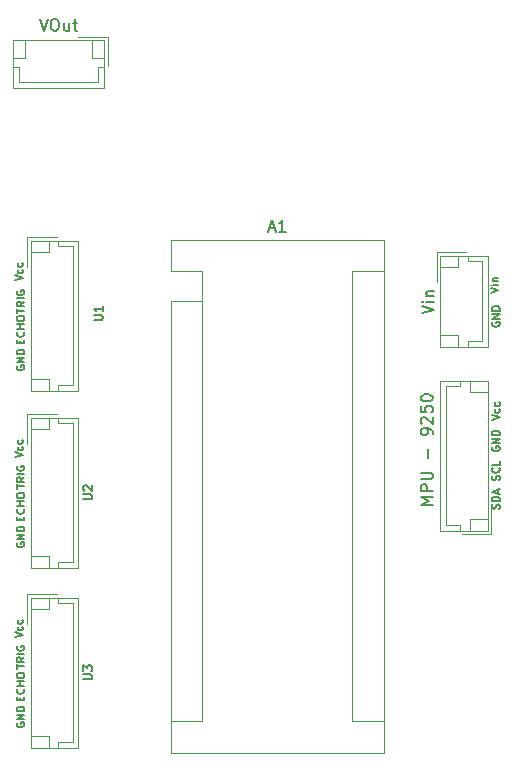
<source format=gbr>
G04 #@! TF.GenerationSoftware,KiCad,Pcbnew,(5.1.4)-1*
G04 #@! TF.CreationDate,2020-02-11T18:35:20-06:00*
G04 #@! TF.ProjectId,SensorBoard,53656e73-6f72-4426-9f61-72642e6b6963,rev?*
G04 #@! TF.SameCoordinates,Original*
G04 #@! TF.FileFunction,Legend,Top*
G04 #@! TF.FilePolarity,Positive*
%FSLAX46Y46*%
G04 Gerber Fmt 4.6, Leading zero omitted, Abs format (unit mm)*
G04 Created by KiCad (PCBNEW (5.1.4)-1) date 2020-02-11 18:35:20*
%MOMM*%
%LPD*%
G04 APERTURE LIST*
%ADD10C,0.150000*%
%ADD11C,0.120000*%
G04 APERTURE END LIST*
D10*
X169189047Y-81818476D02*
X169839047Y-81601809D01*
X169189047Y-81385142D01*
X169839047Y-81168476D02*
X169405714Y-81168476D01*
X169189047Y-81168476D02*
X169220000Y-81199428D01*
X169250952Y-81168476D01*
X169220000Y-81137523D01*
X169189047Y-81168476D01*
X169250952Y-81168476D01*
X169405714Y-80858952D02*
X169839047Y-80858952D01*
X169467619Y-80858952D02*
X169436666Y-80828000D01*
X169405714Y-80766095D01*
X169405714Y-80673238D01*
X169436666Y-80611333D01*
X169498571Y-80580380D01*
X169839047Y-80580380D01*
X169935095Y-100103285D02*
X169966047Y-100010428D01*
X169966047Y-99855666D01*
X169935095Y-99793761D01*
X169904142Y-99762809D01*
X169842238Y-99731857D01*
X169780333Y-99731857D01*
X169718428Y-99762809D01*
X169687476Y-99793761D01*
X169656523Y-99855666D01*
X169625571Y-99979476D01*
X169594619Y-100041380D01*
X169563666Y-100072333D01*
X169501761Y-100103285D01*
X169439857Y-100103285D01*
X169377952Y-100072333D01*
X169347000Y-100041380D01*
X169316047Y-99979476D01*
X169316047Y-99824714D01*
X169347000Y-99731857D01*
X169966047Y-99453285D02*
X169316047Y-99453285D01*
X169316047Y-99298523D01*
X169347000Y-99205666D01*
X169408904Y-99143761D01*
X169470809Y-99112809D01*
X169594619Y-99081857D01*
X169687476Y-99081857D01*
X169811285Y-99112809D01*
X169873190Y-99143761D01*
X169935095Y-99205666D01*
X169966047Y-99298523D01*
X169966047Y-99453285D01*
X169780333Y-98834238D02*
X169780333Y-98524714D01*
X169966047Y-98896142D02*
X169316047Y-98679476D01*
X169966047Y-98462809D01*
X169935095Y-97674809D02*
X169966047Y-97581952D01*
X169966047Y-97427190D01*
X169935095Y-97365285D01*
X169904142Y-97334333D01*
X169842238Y-97303380D01*
X169780333Y-97303380D01*
X169718428Y-97334333D01*
X169687476Y-97365285D01*
X169656523Y-97427190D01*
X169625571Y-97551000D01*
X169594619Y-97612904D01*
X169563666Y-97643857D01*
X169501761Y-97674809D01*
X169439857Y-97674809D01*
X169377952Y-97643857D01*
X169347000Y-97612904D01*
X169316047Y-97551000D01*
X169316047Y-97396238D01*
X169347000Y-97303380D01*
X169904142Y-96653380D02*
X169935095Y-96684333D01*
X169966047Y-96777190D01*
X169966047Y-96839095D01*
X169935095Y-96931952D01*
X169873190Y-96993857D01*
X169811285Y-97024809D01*
X169687476Y-97055761D01*
X169594619Y-97055761D01*
X169470809Y-97024809D01*
X169408904Y-96993857D01*
X169347000Y-96931952D01*
X169316047Y-96839095D01*
X169316047Y-96777190D01*
X169347000Y-96684333D01*
X169377952Y-96653380D01*
X169966047Y-96065285D02*
X169966047Y-96374809D01*
X169316047Y-96374809D01*
X169316047Y-92594809D02*
X169966047Y-92378142D01*
X169316047Y-92161476D01*
X169935095Y-91666238D02*
X169966047Y-91728142D01*
X169966047Y-91851952D01*
X169935095Y-91913857D01*
X169904142Y-91944809D01*
X169842238Y-91975761D01*
X169656523Y-91975761D01*
X169594619Y-91944809D01*
X169563666Y-91913857D01*
X169532714Y-91851952D01*
X169532714Y-91728142D01*
X169563666Y-91666238D01*
X169935095Y-91109095D02*
X169966047Y-91171000D01*
X169966047Y-91294809D01*
X169935095Y-91356714D01*
X169904142Y-91387666D01*
X169842238Y-91418619D01*
X169656523Y-91418619D01*
X169594619Y-91387666D01*
X169563666Y-91356714D01*
X169532714Y-91294809D01*
X169532714Y-91171000D01*
X169563666Y-91109095D01*
X169347000Y-84315238D02*
X169316047Y-84377142D01*
X169316047Y-84470000D01*
X169347000Y-84562857D01*
X169408904Y-84624761D01*
X169470809Y-84655714D01*
X169594619Y-84686666D01*
X169687476Y-84686666D01*
X169811285Y-84655714D01*
X169873190Y-84624761D01*
X169935095Y-84562857D01*
X169966047Y-84470000D01*
X169966047Y-84408095D01*
X169935095Y-84315238D01*
X169904142Y-84284285D01*
X169687476Y-84284285D01*
X169687476Y-84408095D01*
X169966047Y-84005714D02*
X169316047Y-84005714D01*
X169966047Y-83634285D01*
X169316047Y-83634285D01*
X169966047Y-83324761D02*
X169316047Y-83324761D01*
X169316047Y-83170000D01*
X169347000Y-83077142D01*
X169408904Y-83015238D01*
X169470809Y-82984285D01*
X169594619Y-82953333D01*
X169687476Y-82953333D01*
X169811285Y-82984285D01*
X169873190Y-83015238D01*
X169935095Y-83077142D01*
X169966047Y-83170000D01*
X169966047Y-83324761D01*
X169347000Y-94856238D02*
X169316047Y-94918142D01*
X169316047Y-95011000D01*
X169347000Y-95103857D01*
X169408904Y-95165761D01*
X169470809Y-95196714D01*
X169594619Y-95227666D01*
X169687476Y-95227666D01*
X169811285Y-95196714D01*
X169873190Y-95165761D01*
X169935095Y-95103857D01*
X169966047Y-95011000D01*
X169966047Y-94949095D01*
X169935095Y-94856238D01*
X169904142Y-94825285D01*
X169687476Y-94825285D01*
X169687476Y-94949095D01*
X169966047Y-94546714D02*
X169316047Y-94546714D01*
X169966047Y-94175285D01*
X169316047Y-94175285D01*
X169966047Y-93865761D02*
X169316047Y-93865761D01*
X169316047Y-93711000D01*
X169347000Y-93618142D01*
X169408904Y-93556238D01*
X169470809Y-93525285D01*
X169594619Y-93494333D01*
X169687476Y-93494333D01*
X169811285Y-93525285D01*
X169873190Y-93556238D01*
X169935095Y-93618142D01*
X169966047Y-93711000D01*
X169966047Y-93865761D01*
X129088000Y-118224238D02*
X129057047Y-118286142D01*
X129057047Y-118379000D01*
X129088000Y-118471857D01*
X129149904Y-118533761D01*
X129211809Y-118564714D01*
X129335619Y-118595666D01*
X129428476Y-118595666D01*
X129552285Y-118564714D01*
X129614190Y-118533761D01*
X129676095Y-118471857D01*
X129707047Y-118379000D01*
X129707047Y-118317095D01*
X129676095Y-118224238D01*
X129645142Y-118193285D01*
X129428476Y-118193285D01*
X129428476Y-118317095D01*
X129707047Y-117914714D02*
X129057047Y-117914714D01*
X129707047Y-117543285D01*
X129057047Y-117543285D01*
X129707047Y-117233761D02*
X129057047Y-117233761D01*
X129057047Y-117079000D01*
X129088000Y-116986142D01*
X129149904Y-116924238D01*
X129211809Y-116893285D01*
X129335619Y-116862333D01*
X129428476Y-116862333D01*
X129552285Y-116893285D01*
X129614190Y-116924238D01*
X129676095Y-116986142D01*
X129707047Y-117079000D01*
X129707047Y-117233761D01*
X129088000Y-102984238D02*
X129057047Y-103046142D01*
X129057047Y-103139000D01*
X129088000Y-103231857D01*
X129149904Y-103293761D01*
X129211809Y-103324714D01*
X129335619Y-103355666D01*
X129428476Y-103355666D01*
X129552285Y-103324714D01*
X129614190Y-103293761D01*
X129676095Y-103231857D01*
X129707047Y-103139000D01*
X129707047Y-103077095D01*
X129676095Y-102984238D01*
X129645142Y-102953285D01*
X129428476Y-102953285D01*
X129428476Y-103077095D01*
X129707047Y-102674714D02*
X129057047Y-102674714D01*
X129707047Y-102303285D01*
X129057047Y-102303285D01*
X129707047Y-101993761D02*
X129057047Y-101993761D01*
X129057047Y-101839000D01*
X129088000Y-101746142D01*
X129149904Y-101684238D01*
X129211809Y-101653285D01*
X129335619Y-101622333D01*
X129428476Y-101622333D01*
X129552285Y-101653285D01*
X129614190Y-101684238D01*
X129676095Y-101746142D01*
X129707047Y-101839000D01*
X129707047Y-101993761D01*
X129366571Y-116334238D02*
X129366571Y-116117571D01*
X129707047Y-116024714D02*
X129707047Y-116334238D01*
X129057047Y-116334238D01*
X129057047Y-116024714D01*
X129645142Y-115374714D02*
X129676095Y-115405666D01*
X129707047Y-115498523D01*
X129707047Y-115560428D01*
X129676095Y-115653285D01*
X129614190Y-115715190D01*
X129552285Y-115746142D01*
X129428476Y-115777095D01*
X129335619Y-115777095D01*
X129211809Y-115746142D01*
X129149904Y-115715190D01*
X129088000Y-115653285D01*
X129057047Y-115560428D01*
X129057047Y-115498523D01*
X129088000Y-115405666D01*
X129118952Y-115374714D01*
X129707047Y-115096142D02*
X129057047Y-115096142D01*
X129366571Y-115096142D02*
X129366571Y-114724714D01*
X129707047Y-114724714D02*
X129057047Y-114724714D01*
X129057047Y-114291380D02*
X129057047Y-114167571D01*
X129088000Y-114105666D01*
X129149904Y-114043761D01*
X129273714Y-114012809D01*
X129490380Y-114012809D01*
X129614190Y-114043761D01*
X129676095Y-114105666D01*
X129707047Y-114167571D01*
X129707047Y-114291380D01*
X129676095Y-114353285D01*
X129614190Y-114415190D01*
X129490380Y-114446142D01*
X129273714Y-114446142D01*
X129149904Y-114415190D01*
X129088000Y-114353285D01*
X129057047Y-114291380D01*
X129366571Y-101094238D02*
X129366571Y-100877571D01*
X129707047Y-100784714D02*
X129707047Y-101094238D01*
X129057047Y-101094238D01*
X129057047Y-100784714D01*
X129645142Y-100134714D02*
X129676095Y-100165666D01*
X129707047Y-100258523D01*
X129707047Y-100320428D01*
X129676095Y-100413285D01*
X129614190Y-100475190D01*
X129552285Y-100506142D01*
X129428476Y-100537095D01*
X129335619Y-100537095D01*
X129211809Y-100506142D01*
X129149904Y-100475190D01*
X129088000Y-100413285D01*
X129057047Y-100320428D01*
X129057047Y-100258523D01*
X129088000Y-100165666D01*
X129118952Y-100134714D01*
X129707047Y-99856142D02*
X129057047Y-99856142D01*
X129366571Y-99856142D02*
X129366571Y-99484714D01*
X129707047Y-99484714D02*
X129057047Y-99484714D01*
X129057047Y-99051380D02*
X129057047Y-98927571D01*
X129088000Y-98865666D01*
X129149904Y-98803761D01*
X129273714Y-98772809D01*
X129490380Y-98772809D01*
X129614190Y-98803761D01*
X129676095Y-98865666D01*
X129707047Y-98927571D01*
X129707047Y-99051380D01*
X129676095Y-99113285D01*
X129614190Y-99175190D01*
X129490380Y-99206142D01*
X129273714Y-99206142D01*
X129149904Y-99175190D01*
X129088000Y-99113285D01*
X129057047Y-99051380D01*
X129057047Y-113639476D02*
X129057047Y-113268047D01*
X129707047Y-113453761D02*
X129057047Y-113453761D01*
X129707047Y-112679952D02*
X129397523Y-112896619D01*
X129707047Y-113051380D02*
X129057047Y-113051380D01*
X129057047Y-112803761D01*
X129088000Y-112741857D01*
X129118952Y-112710904D01*
X129180857Y-112679952D01*
X129273714Y-112679952D01*
X129335619Y-112710904D01*
X129366571Y-112741857D01*
X129397523Y-112803761D01*
X129397523Y-113051380D01*
X129707047Y-112401380D02*
X129057047Y-112401380D01*
X129088000Y-111751380D02*
X129057047Y-111813285D01*
X129057047Y-111906142D01*
X129088000Y-111999000D01*
X129149904Y-112060904D01*
X129211809Y-112091857D01*
X129335619Y-112122809D01*
X129428476Y-112122809D01*
X129552285Y-112091857D01*
X129614190Y-112060904D01*
X129676095Y-111999000D01*
X129707047Y-111906142D01*
X129707047Y-111844238D01*
X129676095Y-111751380D01*
X129645142Y-111720428D01*
X129428476Y-111720428D01*
X129428476Y-111844238D01*
X129057047Y-98399476D02*
X129057047Y-98028047D01*
X129707047Y-98213761D02*
X129057047Y-98213761D01*
X129707047Y-97439952D02*
X129397523Y-97656619D01*
X129707047Y-97811380D02*
X129057047Y-97811380D01*
X129057047Y-97563761D01*
X129088000Y-97501857D01*
X129118952Y-97470904D01*
X129180857Y-97439952D01*
X129273714Y-97439952D01*
X129335619Y-97470904D01*
X129366571Y-97501857D01*
X129397523Y-97563761D01*
X129397523Y-97811380D01*
X129707047Y-97161380D02*
X129057047Y-97161380D01*
X129088000Y-96511380D02*
X129057047Y-96573285D01*
X129057047Y-96666142D01*
X129088000Y-96759000D01*
X129149904Y-96820904D01*
X129211809Y-96851857D01*
X129335619Y-96882809D01*
X129428476Y-96882809D01*
X129552285Y-96851857D01*
X129614190Y-96820904D01*
X129676095Y-96759000D01*
X129707047Y-96666142D01*
X129707047Y-96604238D01*
X129676095Y-96511380D01*
X129645142Y-96480428D01*
X129428476Y-96480428D01*
X129428476Y-96604238D01*
X128930047Y-111009809D02*
X129580047Y-110793142D01*
X128930047Y-110576476D01*
X129549095Y-110081238D02*
X129580047Y-110143142D01*
X129580047Y-110266952D01*
X129549095Y-110328857D01*
X129518142Y-110359809D01*
X129456238Y-110390761D01*
X129270523Y-110390761D01*
X129208619Y-110359809D01*
X129177666Y-110328857D01*
X129146714Y-110266952D01*
X129146714Y-110143142D01*
X129177666Y-110081238D01*
X129549095Y-109524095D02*
X129580047Y-109586000D01*
X129580047Y-109709809D01*
X129549095Y-109771714D01*
X129518142Y-109802666D01*
X129456238Y-109833619D01*
X129270523Y-109833619D01*
X129208619Y-109802666D01*
X129177666Y-109771714D01*
X129146714Y-109709809D01*
X129146714Y-109586000D01*
X129177666Y-109524095D01*
X128930047Y-95769809D02*
X129580047Y-95553142D01*
X128930047Y-95336476D01*
X129549095Y-94841238D02*
X129580047Y-94903142D01*
X129580047Y-95026952D01*
X129549095Y-95088857D01*
X129518142Y-95119809D01*
X129456238Y-95150761D01*
X129270523Y-95150761D01*
X129208619Y-95119809D01*
X129177666Y-95088857D01*
X129146714Y-95026952D01*
X129146714Y-94903142D01*
X129177666Y-94841238D01*
X129549095Y-94284095D02*
X129580047Y-94346000D01*
X129580047Y-94469809D01*
X129549095Y-94531714D01*
X129518142Y-94562666D01*
X129456238Y-94593619D01*
X129270523Y-94593619D01*
X129208619Y-94562666D01*
X129177666Y-94531714D01*
X129146714Y-94469809D01*
X129146714Y-94346000D01*
X129177666Y-94284095D01*
X129088000Y-87998238D02*
X129057047Y-88060142D01*
X129057047Y-88153000D01*
X129088000Y-88245857D01*
X129149904Y-88307761D01*
X129211809Y-88338714D01*
X129335619Y-88369666D01*
X129428476Y-88369666D01*
X129552285Y-88338714D01*
X129614190Y-88307761D01*
X129676095Y-88245857D01*
X129707047Y-88153000D01*
X129707047Y-88091095D01*
X129676095Y-87998238D01*
X129645142Y-87967285D01*
X129428476Y-87967285D01*
X129428476Y-88091095D01*
X129707047Y-87688714D02*
X129057047Y-87688714D01*
X129707047Y-87317285D01*
X129057047Y-87317285D01*
X129707047Y-87007761D02*
X129057047Y-87007761D01*
X129057047Y-86853000D01*
X129088000Y-86760142D01*
X129149904Y-86698238D01*
X129211809Y-86667285D01*
X129335619Y-86636333D01*
X129428476Y-86636333D01*
X129552285Y-86667285D01*
X129614190Y-86698238D01*
X129676095Y-86760142D01*
X129707047Y-86853000D01*
X129707047Y-87007761D01*
X129366571Y-86108238D02*
X129366571Y-85891571D01*
X129707047Y-85798714D02*
X129707047Y-86108238D01*
X129057047Y-86108238D01*
X129057047Y-85798714D01*
X129645142Y-85148714D02*
X129676095Y-85179666D01*
X129707047Y-85272523D01*
X129707047Y-85334428D01*
X129676095Y-85427285D01*
X129614190Y-85489190D01*
X129552285Y-85520142D01*
X129428476Y-85551095D01*
X129335619Y-85551095D01*
X129211809Y-85520142D01*
X129149904Y-85489190D01*
X129088000Y-85427285D01*
X129057047Y-85334428D01*
X129057047Y-85272523D01*
X129088000Y-85179666D01*
X129118952Y-85148714D01*
X129707047Y-84870142D02*
X129057047Y-84870142D01*
X129366571Y-84870142D02*
X129366571Y-84498714D01*
X129707047Y-84498714D02*
X129057047Y-84498714D01*
X129057047Y-84065380D02*
X129057047Y-83941571D01*
X129088000Y-83879666D01*
X129149904Y-83817761D01*
X129273714Y-83786809D01*
X129490380Y-83786809D01*
X129614190Y-83817761D01*
X129676095Y-83879666D01*
X129707047Y-83941571D01*
X129707047Y-84065380D01*
X129676095Y-84127285D01*
X129614190Y-84189190D01*
X129490380Y-84220142D01*
X129273714Y-84220142D01*
X129149904Y-84189190D01*
X129088000Y-84127285D01*
X129057047Y-84065380D01*
X129057047Y-83540476D02*
X129057047Y-83169047D01*
X129707047Y-83354761D02*
X129057047Y-83354761D01*
X129707047Y-82580952D02*
X129397523Y-82797619D01*
X129707047Y-82952380D02*
X129057047Y-82952380D01*
X129057047Y-82704761D01*
X129088000Y-82642857D01*
X129118952Y-82611904D01*
X129180857Y-82580952D01*
X129273714Y-82580952D01*
X129335619Y-82611904D01*
X129366571Y-82642857D01*
X129397523Y-82704761D01*
X129397523Y-82952380D01*
X129707047Y-82302380D02*
X129057047Y-82302380D01*
X129088000Y-81652380D02*
X129057047Y-81714285D01*
X129057047Y-81807142D01*
X129088000Y-81900000D01*
X129149904Y-81961904D01*
X129211809Y-81992857D01*
X129335619Y-82023809D01*
X129428476Y-82023809D01*
X129552285Y-81992857D01*
X129614190Y-81961904D01*
X129676095Y-81900000D01*
X129707047Y-81807142D01*
X129707047Y-81745238D01*
X129676095Y-81652380D01*
X129645142Y-81621428D01*
X129428476Y-81621428D01*
X129428476Y-81745238D01*
X128930047Y-80783809D02*
X129580047Y-80567142D01*
X128930047Y-80350476D01*
X129549095Y-79855238D02*
X129580047Y-79917142D01*
X129580047Y-80040952D01*
X129549095Y-80102857D01*
X129518142Y-80133809D01*
X129456238Y-80164761D01*
X129270523Y-80164761D01*
X129208619Y-80133809D01*
X129177666Y-80102857D01*
X129146714Y-80040952D01*
X129146714Y-79917142D01*
X129177666Y-79855238D01*
X129549095Y-79298095D02*
X129580047Y-79360000D01*
X129580047Y-79483809D01*
X129549095Y-79545714D01*
X129518142Y-79576666D01*
X129456238Y-79607619D01*
X129270523Y-79607619D01*
X129208619Y-79576666D01*
X129177666Y-79545714D01*
X129146714Y-79483809D01*
X129146714Y-79360000D01*
X129177666Y-79298095D01*
D11*
X136468000Y-64448000D02*
X136468000Y-60428000D01*
X136468000Y-60428000D02*
X128748000Y-60428000D01*
X128748000Y-60428000D02*
X128748000Y-64448000D01*
X128748000Y-64448000D02*
X136468000Y-64448000D01*
X136468000Y-62738000D02*
X135968000Y-62738000D01*
X135968000Y-62738000D02*
X135968000Y-63948000D01*
X135968000Y-63948000D02*
X129248000Y-63948000D01*
X129248000Y-63948000D02*
X129248000Y-62738000D01*
X129248000Y-62738000D02*
X128748000Y-62738000D01*
X136468000Y-61928000D02*
X135468000Y-61928000D01*
X135468000Y-61928000D02*
X135468000Y-60428000D01*
X128748000Y-61928000D02*
X129748000Y-61928000D01*
X129748000Y-61928000D02*
X129748000Y-60428000D01*
X136768000Y-62628000D02*
X136768000Y-60128000D01*
X136768000Y-60128000D02*
X134268000Y-60128000D01*
X160150000Y-77340000D02*
X142110000Y-77340000D01*
X160150000Y-120780000D02*
X160150000Y-77340000D01*
X142110000Y-120780000D02*
X160150000Y-120780000D01*
X144780000Y-118110000D02*
X142110000Y-118110000D01*
X144780000Y-82550000D02*
X144780000Y-118110000D01*
X144780000Y-82550000D02*
X142110000Y-82550000D01*
X157480000Y-118110000D02*
X160150000Y-118110000D01*
X157480000Y-80010000D02*
X157480000Y-118110000D01*
X157480000Y-80010000D02*
X160150000Y-80010000D01*
X142110000Y-77340000D02*
X142110000Y-80010000D01*
X142110000Y-82550000D02*
X142110000Y-120780000D01*
X144780000Y-80010000D02*
X142110000Y-80010000D01*
X144780000Y-82550000D02*
X144780000Y-80010000D01*
X129978000Y-107326000D02*
X129978000Y-109826000D01*
X132478000Y-107326000D02*
X129978000Y-107326000D01*
X131778000Y-119346000D02*
X130278000Y-119346000D01*
X131778000Y-120346000D02*
X131778000Y-119346000D01*
X131778000Y-108626000D02*
X130278000Y-108626000D01*
X131778000Y-107626000D02*
X131778000Y-108626000D01*
X132588000Y-119846000D02*
X132588000Y-120346000D01*
X133798000Y-119846000D02*
X132588000Y-119846000D01*
X133798000Y-108126000D02*
X133798000Y-119846000D01*
X132588000Y-108126000D02*
X133798000Y-108126000D01*
X132588000Y-107626000D02*
X132588000Y-108126000D01*
X134298000Y-120346000D02*
X134298000Y-107626000D01*
X130278000Y-120346000D02*
X134298000Y-120346000D01*
X130278000Y-107626000D02*
X130278000Y-120346000D01*
X134298000Y-107626000D02*
X130278000Y-107626000D01*
X129978000Y-92086000D02*
X129978000Y-94586000D01*
X132478000Y-92086000D02*
X129978000Y-92086000D01*
X131778000Y-104106000D02*
X130278000Y-104106000D01*
X131778000Y-105106000D02*
X131778000Y-104106000D01*
X131778000Y-93386000D02*
X130278000Y-93386000D01*
X131778000Y-92386000D02*
X131778000Y-93386000D01*
X132588000Y-104606000D02*
X132588000Y-105106000D01*
X133798000Y-104606000D02*
X132588000Y-104606000D01*
X133798000Y-92886000D02*
X133798000Y-104606000D01*
X132588000Y-92886000D02*
X133798000Y-92886000D01*
X132588000Y-92386000D02*
X132588000Y-92886000D01*
X134298000Y-105106000D02*
X134298000Y-92386000D01*
X130278000Y-105106000D02*
X134298000Y-105106000D01*
X130278000Y-92386000D02*
X130278000Y-105106000D01*
X134298000Y-92386000D02*
X130278000Y-92386000D01*
X129978000Y-77100000D02*
X129978000Y-79600000D01*
X132478000Y-77100000D02*
X129978000Y-77100000D01*
X131778000Y-89120000D02*
X130278000Y-89120000D01*
X131778000Y-90120000D02*
X131778000Y-89120000D01*
X131778000Y-78400000D02*
X130278000Y-78400000D01*
X131778000Y-77400000D02*
X131778000Y-78400000D01*
X132588000Y-89620000D02*
X132588000Y-90120000D01*
X133798000Y-89620000D02*
X132588000Y-89620000D01*
X133798000Y-77900000D02*
X133798000Y-89620000D01*
X132588000Y-77900000D02*
X133798000Y-77900000D01*
X132588000Y-77400000D02*
X132588000Y-77900000D01*
X134298000Y-90120000D02*
X134298000Y-77400000D01*
X130278000Y-90120000D02*
X134298000Y-90120000D01*
X130278000Y-77400000D02*
X130278000Y-90120000D01*
X134298000Y-77400000D02*
X130278000Y-77400000D01*
X164649000Y-78370000D02*
X164649000Y-80870000D01*
X167149000Y-78370000D02*
X164649000Y-78370000D01*
X166449000Y-85390000D02*
X164949000Y-85390000D01*
X166449000Y-86390000D02*
X166449000Y-85390000D01*
X166449000Y-79670000D02*
X164949000Y-79670000D01*
X166449000Y-78670000D02*
X166449000Y-79670000D01*
X167259000Y-85890000D02*
X167259000Y-86390000D01*
X168469000Y-85890000D02*
X167259000Y-85890000D01*
X168469000Y-79170000D02*
X168469000Y-85890000D01*
X167259000Y-79170000D02*
X168469000Y-79170000D01*
X167259000Y-78670000D02*
X167259000Y-79170000D01*
X168969000Y-86390000D02*
X168969000Y-78670000D01*
X164949000Y-86390000D02*
X168969000Y-86390000D01*
X164949000Y-78670000D02*
X164949000Y-86390000D01*
X168969000Y-78670000D02*
X164949000Y-78670000D01*
X169234000Y-102274800D02*
X169234000Y-99774800D01*
X166734000Y-102274800D02*
X169234000Y-102274800D01*
X167434000Y-90254800D02*
X168934000Y-90254800D01*
X167434000Y-89254800D02*
X167434000Y-90254800D01*
X167434000Y-100974800D02*
X168934000Y-100974800D01*
X167434000Y-101974800D02*
X167434000Y-100974800D01*
X166624000Y-89754800D02*
X166624000Y-89254800D01*
X165414000Y-89754800D02*
X166624000Y-89754800D01*
X165414000Y-101474800D02*
X165414000Y-89754800D01*
X166624000Y-101474800D02*
X165414000Y-101474800D01*
X166624000Y-101974800D02*
X166624000Y-101474800D01*
X164914000Y-89254800D02*
X164914000Y-101974800D01*
X168934000Y-89254800D02*
X164914000Y-89254800D01*
X168934000Y-101974800D02*
X168934000Y-89254800D01*
X164914000Y-101974800D02*
X168934000Y-101974800D01*
D10*
X131012761Y-58634380D02*
X131346095Y-59634380D01*
X131679428Y-58634380D01*
X132203238Y-58634380D02*
X132393714Y-58634380D01*
X132488952Y-58682000D01*
X132584190Y-58777238D01*
X132631809Y-58967714D01*
X132631809Y-59301047D01*
X132584190Y-59491523D01*
X132488952Y-59586761D01*
X132393714Y-59634380D01*
X132203238Y-59634380D01*
X132108000Y-59586761D01*
X132012761Y-59491523D01*
X131965142Y-59301047D01*
X131965142Y-58967714D01*
X132012761Y-58777238D01*
X132108000Y-58682000D01*
X132203238Y-58634380D01*
X133488952Y-58967714D02*
X133488952Y-59634380D01*
X133060380Y-58967714D02*
X133060380Y-59491523D01*
X133108000Y-59586761D01*
X133203238Y-59634380D01*
X133346095Y-59634380D01*
X133441333Y-59586761D01*
X133488952Y-59539142D01*
X133822285Y-58967714D02*
X134203238Y-58967714D01*
X133965142Y-58634380D02*
X133965142Y-59491523D01*
X134012761Y-59586761D01*
X134108000Y-59634380D01*
X134203238Y-59634380D01*
X150415714Y-76366666D02*
X150891904Y-76366666D01*
X150320476Y-76652380D02*
X150653809Y-75652380D01*
X150987142Y-76652380D01*
X151844285Y-76652380D02*
X151272857Y-76652380D01*
X151558571Y-76652380D02*
X151558571Y-75652380D01*
X151463333Y-75795238D01*
X151368095Y-75890476D01*
X151272857Y-75938095D01*
X134717285Y-114557428D02*
X135324428Y-114557428D01*
X135395857Y-114521714D01*
X135431571Y-114486000D01*
X135467285Y-114414571D01*
X135467285Y-114271714D01*
X135431571Y-114200285D01*
X135395857Y-114164571D01*
X135324428Y-114128857D01*
X134717285Y-114128857D01*
X134717285Y-113843142D02*
X134717285Y-113378857D01*
X135003000Y-113628857D01*
X135003000Y-113521714D01*
X135038714Y-113450285D01*
X135074428Y-113414571D01*
X135145857Y-113378857D01*
X135324428Y-113378857D01*
X135395857Y-113414571D01*
X135431571Y-113450285D01*
X135467285Y-113521714D01*
X135467285Y-113736000D01*
X135431571Y-113807428D01*
X135395857Y-113843142D01*
X134717285Y-99317428D02*
X135324428Y-99317428D01*
X135395857Y-99281714D01*
X135431571Y-99246000D01*
X135467285Y-99174571D01*
X135467285Y-99031714D01*
X135431571Y-98960285D01*
X135395857Y-98924571D01*
X135324428Y-98888857D01*
X134717285Y-98888857D01*
X134788714Y-98567428D02*
X134753000Y-98531714D01*
X134717285Y-98460285D01*
X134717285Y-98281714D01*
X134753000Y-98210285D01*
X134788714Y-98174571D01*
X134860142Y-98138857D01*
X134931571Y-98138857D01*
X135038714Y-98174571D01*
X135467285Y-98603142D01*
X135467285Y-98138857D01*
X135606285Y-84137428D02*
X136213428Y-84137428D01*
X136284857Y-84101714D01*
X136320571Y-84066000D01*
X136356285Y-83994571D01*
X136356285Y-83851714D01*
X136320571Y-83780285D01*
X136284857Y-83744571D01*
X136213428Y-83708857D01*
X135606285Y-83708857D01*
X136356285Y-82958857D02*
X136356285Y-83387428D01*
X136356285Y-83173142D02*
X135606285Y-83173142D01*
X135713428Y-83244571D01*
X135784857Y-83316000D01*
X135820571Y-83387428D01*
X163409380Y-83573809D02*
X164409380Y-83240476D01*
X163409380Y-82907142D01*
X164409380Y-82573809D02*
X163742714Y-82573809D01*
X163409380Y-82573809D02*
X163457000Y-82621428D01*
X163504619Y-82573809D01*
X163457000Y-82526190D01*
X163409380Y-82573809D01*
X163504619Y-82573809D01*
X163742714Y-82097619D02*
X164409380Y-82097619D01*
X163837952Y-82097619D02*
X163790333Y-82050000D01*
X163742714Y-81954761D01*
X163742714Y-81811904D01*
X163790333Y-81716666D01*
X163885571Y-81669047D01*
X164409380Y-81669047D01*
X164276380Y-99765857D02*
X163276380Y-99765857D01*
X163990666Y-99432523D01*
X163276380Y-99099190D01*
X164276380Y-99099190D01*
X164276380Y-98623000D02*
X163276380Y-98623000D01*
X163276380Y-98242047D01*
X163324000Y-98146809D01*
X163371619Y-98099190D01*
X163466857Y-98051571D01*
X163609714Y-98051571D01*
X163704952Y-98099190D01*
X163752571Y-98146809D01*
X163800190Y-98242047D01*
X163800190Y-98623000D01*
X163276380Y-97623000D02*
X164085904Y-97623000D01*
X164181142Y-97575380D01*
X164228761Y-97527761D01*
X164276380Y-97432523D01*
X164276380Y-97242047D01*
X164228761Y-97146809D01*
X164181142Y-97099190D01*
X164085904Y-97051571D01*
X163276380Y-97051571D01*
X163895428Y-95813476D02*
X163895428Y-95051571D01*
X164276380Y-93765857D02*
X164276380Y-93575380D01*
X164228761Y-93480142D01*
X164181142Y-93432523D01*
X164038285Y-93337285D01*
X163847809Y-93289666D01*
X163466857Y-93289666D01*
X163371619Y-93337285D01*
X163324000Y-93384904D01*
X163276380Y-93480142D01*
X163276380Y-93670619D01*
X163324000Y-93765857D01*
X163371619Y-93813476D01*
X163466857Y-93861095D01*
X163704952Y-93861095D01*
X163800190Y-93813476D01*
X163847809Y-93765857D01*
X163895428Y-93670619D01*
X163895428Y-93480142D01*
X163847809Y-93384904D01*
X163800190Y-93337285D01*
X163704952Y-93289666D01*
X163371619Y-92908714D02*
X163324000Y-92861095D01*
X163276380Y-92765857D01*
X163276380Y-92527761D01*
X163324000Y-92432523D01*
X163371619Y-92384904D01*
X163466857Y-92337285D01*
X163562095Y-92337285D01*
X163704952Y-92384904D01*
X164276380Y-92956333D01*
X164276380Y-92337285D01*
X163276380Y-91432523D02*
X163276380Y-91908714D01*
X163752571Y-91956333D01*
X163704952Y-91908714D01*
X163657333Y-91813476D01*
X163657333Y-91575380D01*
X163704952Y-91480142D01*
X163752571Y-91432523D01*
X163847809Y-91384904D01*
X164085904Y-91384904D01*
X164181142Y-91432523D01*
X164228761Y-91480142D01*
X164276380Y-91575380D01*
X164276380Y-91813476D01*
X164228761Y-91908714D01*
X164181142Y-91956333D01*
X163276380Y-90765857D02*
X163276380Y-90670619D01*
X163324000Y-90575380D01*
X163371619Y-90527761D01*
X163466857Y-90480142D01*
X163657333Y-90432523D01*
X163895428Y-90432523D01*
X164085904Y-90480142D01*
X164181142Y-90527761D01*
X164228761Y-90575380D01*
X164276380Y-90670619D01*
X164276380Y-90765857D01*
X164228761Y-90861095D01*
X164181142Y-90908714D01*
X164085904Y-90956333D01*
X163895428Y-91003952D01*
X163657333Y-91003952D01*
X163466857Y-90956333D01*
X163371619Y-90908714D01*
X163324000Y-90861095D01*
X163276380Y-90765857D01*
M02*

</source>
